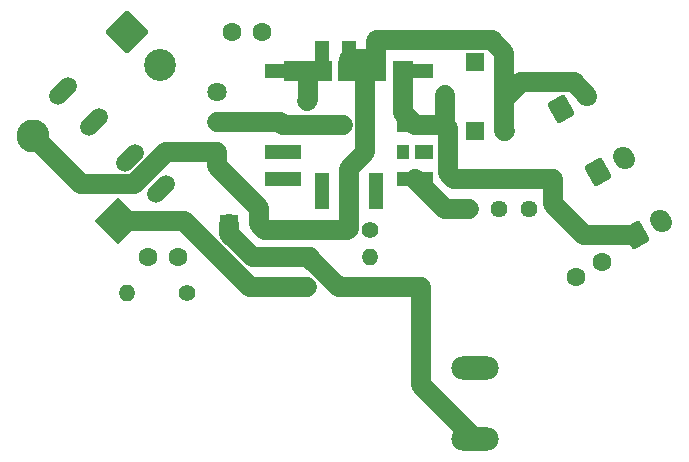
<source format=gbr>
G04 #@! TF.GenerationSoftware,KiCad,Pcbnew,(6.0.5)*
G04 #@! TF.CreationDate,2022-07-03T21:23:33+09:00*
G04 #@! TF.ProjectId,psu_board,7073755f-626f-4617-9264-2e6b69636164,rev?*
G04 #@! TF.SameCoordinates,Original*
G04 #@! TF.FileFunction,Copper,L1,Top*
G04 #@! TF.FilePolarity,Positive*
%FSLAX46Y46*%
G04 Gerber Fmt 4.6, Leading zero omitted, Abs format (unit mm)*
G04 Created by KiCad (PCBNEW (6.0.5)) date 2022-07-03 21:23:33*
%MOMM*%
%LPD*%
G01*
G04 APERTURE LIST*
G04 Aperture macros list*
%AMRoundRect*
0 Rectangle with rounded corners*
0 $1 Rounding radius*
0 $2 $3 $4 $5 $6 $7 $8 $9 X,Y pos of 4 corners*
0 Add a 4 corners polygon primitive as box body*
4,1,4,$2,$3,$4,$5,$6,$7,$8,$9,$2,$3,0*
0 Add four circle primitives for the rounded corners*
1,1,$1+$1,$2,$3*
1,1,$1+$1,$4,$5*
1,1,$1+$1,$6,$7*
1,1,$1+$1,$8,$9*
0 Add four rect primitives between the rounded corners*
20,1,$1+$1,$2,$3,$4,$5,0*
20,1,$1+$1,$4,$5,$6,$7,0*
20,1,$1+$1,$6,$7,$8,$9,0*
20,1,$1+$1,$8,$9,$2,$3,0*%
%AMHorizOval*
0 Thick line with rounded ends*
0 $1 width*
0 $2 $3 position (X,Y) of the first rounded end (center of the circle)*
0 $4 $5 position (X,Y) of the second rounded end (center of the circle)*
0 Add line between two ends*
20,1,$1,$2,$3,$4,$5,0*
0 Add two circle primitives to create the rounded ends*
1,1,$1,$2,$3*
1,1,$1,$4,$5*%
%AMRotRect*
0 Rectangle, with rotation*
0 The origin of the aperture is its center*
0 $1 length*
0 $2 width*
0 $3 Rotation angle, in degrees counterclockwise*
0 Add horizontal line*
21,1,$1,$2,0,0,$3*%
%AMOutline4P*
0 Free polygon, 4 corners , with rotation*
0 The origin of the aperture is its center*
0 number of corners: always 4*
0 $1 to $8 corner X, Y*
0 $9 Rotation angle, in degrees counterclockwise*
0 create outline with 4 corners*
4,1,4,$1,$2,$3,$4,$5,$6,$7,$8,$1,$2,$9*%
G04 Aperture macros list end*
G04 #@! TA.AperFunction,ComponentPad*
%ADD10HorizOval,1.500000X-0.424264X-0.424264X0.424264X0.424264X0*%
G04 #@! TD*
G04 #@! TA.AperFunction,ComponentPad*
%ADD11RotRect,2.800000X2.800000X135.000000*%
G04 #@! TD*
G04 #@! TA.AperFunction,ComponentPad*
%ADD12HorizOval,2.800000X0.000000X0.000000X0.000000X0.000000X0*%
G04 #@! TD*
G04 #@! TA.AperFunction,ComponentPad*
%ADD13C,1.400000*%
G04 #@! TD*
G04 #@! TA.AperFunction,ComponentPad*
%ADD14O,1.400000X1.400000*%
G04 #@! TD*
G04 #@! TA.AperFunction,ComponentPad*
%ADD15R,1.600000X1.600000*%
G04 #@! TD*
G04 #@! TA.AperFunction,ComponentPad*
%ADD16C,1.600000*%
G04 #@! TD*
G04 #@! TA.AperFunction,ComponentPad*
%ADD17RoundRect,0.250000X-0.144615X-0.949519X0.894615X-0.349519X0.144615X0.949519X-0.894615X0.349519X0*%
G04 #@! TD*
G04 #@! TA.AperFunction,ComponentPad*
%ADD18HorizOval,1.700000X-0.075000X0.129904X0.075000X-0.129904X0*%
G04 #@! TD*
G04 #@! TA.AperFunction,ComponentPad*
%ADD19O,4.000000X2.000000*%
G04 #@! TD*
G04 #@! TA.AperFunction,ComponentPad*
%ADD20RoundRect,0.250001X-1.555634X0.000000X0.000000X-1.555634X1.555634X0.000000X0.000000X1.555634X0*%
G04 #@! TD*
G04 #@! TA.AperFunction,ComponentPad*
%ADD21C,2.700000*%
G04 #@! TD*
G04 #@! TA.AperFunction,ComponentPad*
%ADD22C,1.440000*%
G04 #@! TD*
G04 #@! TA.AperFunction,ComponentPad*
%ADD23C,1.635000*%
G04 #@! TD*
G04 #@! TA.AperFunction,SMDPad,CuDef*
%ADD24Outline4P,-1.500000X-0.600000X1.500000X-0.600000X1.500000X0.600000X-1.500000X0.600000X0.000000*%
G04 #@! TD*
G04 #@! TA.AperFunction,SMDPad,CuDef*
%ADD25Outline4P,-2.035000X-0.885000X2.035000X-0.885000X2.035000X0.885000X-2.035000X0.885000X0.000000*%
G04 #@! TD*
G04 #@! TA.AperFunction,SMDPad,CuDef*
%ADD26Outline4P,-0.600000X-1.500000X0.600000X-1.500000X0.600000X1.500000X-0.600000X1.500000X0.000000*%
G04 #@! TD*
G04 #@! TA.AperFunction,SMDPad,CuDef*
%ADD27Outline4P,-0.885000X-2.035000X0.885000X-2.035000X0.885000X2.035000X-0.885000X2.035000X0.000000*%
G04 #@! TD*
G04 #@! TA.AperFunction,SMDPad,CuDef*
%ADD28Outline4P,-0.750000X-0.600000X0.750000X-0.600000X0.750000X0.600000X-0.750000X0.600000X0.000000*%
G04 #@! TD*
G04 #@! TA.AperFunction,SMDPad,CuDef*
%ADD29Outline4P,-0.500000X-0.600000X0.500000X-0.600000X0.500000X0.600000X-0.500000X0.600000X0.000000*%
G04 #@! TD*
G04 #@! TA.AperFunction,ViaPad*
%ADD30C,0.800000*%
G04 #@! TD*
G04 #@! TA.AperFunction,Conductor*
%ADD31C,1.700000*%
G04 #@! TD*
G04 APERTURE END LIST*
D10*
X125476000Y-97536000D03*
X122859705Y-94919705D03*
X131132854Y-103192854D03*
X128516559Y-100576559D03*
D11*
X127508000Y-105918000D03*
D12*
X120323795Y-98733795D03*
D13*
X148844000Y-106680000D03*
D14*
X143764000Y-106680000D03*
D15*
X157734000Y-92456000D03*
D16*
X160234000Y-92456000D03*
D17*
X165024969Y-96436337D03*
D18*
X167190033Y-95186337D03*
D13*
X133350000Y-112014000D03*
D14*
X128270000Y-112014000D03*
D19*
X157734000Y-118364000D03*
X157734000Y-124364000D03*
D13*
X143764000Y-108966000D03*
D14*
X148844000Y-108966000D03*
D20*
X128270000Y-89916000D03*
D21*
X131070143Y-92716143D03*
D15*
X157774000Y-98298000D03*
D16*
X160274000Y-98298000D03*
D17*
X168199969Y-101770337D03*
D18*
X170365033Y-100520337D03*
D15*
X136946000Y-106172000D03*
D16*
X139446000Y-106172000D03*
X132588000Y-108966000D03*
X130088000Y-108966000D03*
D17*
X171374969Y-107104337D03*
D18*
X173540033Y-105854337D03*
D22*
X162306000Y-104902000D03*
X159766000Y-104902000D03*
X157226000Y-104902000D03*
D23*
X135890000Y-100076000D03*
X135890000Y-97536000D03*
X135890000Y-94996000D03*
D24*
X141454000Y-97782000D03*
X141454000Y-93202000D03*
D25*
X143619000Y-93202000D03*
D26*
X144764000Y-92182000D03*
X149344000Y-92182000D03*
X147054000Y-92182000D03*
D25*
X148199000Y-93202000D03*
D27*
X151654000Y-94347000D03*
D24*
X152654000Y-93202000D03*
X152654000Y-97782000D03*
X152654000Y-102362000D03*
D26*
X147054000Y-103382000D03*
X144764000Y-103382000D03*
D24*
X141454000Y-102362000D03*
X141454000Y-100072000D03*
D28*
X153404000Y-100072000D03*
D26*
X149344000Y-103382000D03*
D29*
X151654000Y-100072000D03*
D16*
X139700000Y-89916000D03*
X137200000Y-89916000D03*
X166303469Y-110607000D03*
X168468533Y-109357000D03*
D30*
X143510000Y-95758000D03*
X155194000Y-95250000D03*
X143510000Y-111506000D03*
X146558000Y-97790000D03*
D31*
X149423511Y-90606489D02*
X159186489Y-90606489D01*
X139954000Y-106680000D02*
X139446000Y-106172000D01*
X147054000Y-92182000D02*
X149344000Y-92182000D01*
X160234000Y-95544000D02*
X160234000Y-98258000D01*
X135890000Y-100076000D02*
X135890000Y-101232119D01*
X148457519Y-93460519D02*
X148457519Y-100069459D01*
X160234000Y-92456000D02*
X160234000Y-95544000D01*
X124390343Y-102800343D02*
X128847657Y-102800343D01*
X135890000Y-101232119D02*
X139446000Y-104788119D01*
X148199000Y-93202000D02*
X148457519Y-93460519D01*
X147054000Y-101472978D02*
X147054000Y-103382000D01*
X149344000Y-92182000D02*
X149344000Y-90686000D01*
X167190033Y-95186337D02*
X166095958Y-94092262D01*
X160234000Y-91654000D02*
X160234000Y-92456000D01*
X128847657Y-102800343D02*
X131572000Y-100076000D01*
X139446000Y-104788119D02*
X139446000Y-106172000D01*
X143764000Y-106680000D02*
X139954000Y-106680000D01*
X159186489Y-90606489D02*
X160234000Y-91654000D01*
X120323795Y-98733795D02*
X124390343Y-102800343D01*
X147054000Y-103382000D02*
X147054000Y-106582000D01*
X131572000Y-100076000D02*
X135890000Y-100076000D01*
X146956000Y-106680000D02*
X143764000Y-106680000D01*
X161685738Y-94092262D02*
X160234000Y-95544000D01*
X148457519Y-100069459D02*
X147054000Y-101472978D01*
X160234000Y-98258000D02*
X160274000Y-98298000D01*
X166095958Y-94092262D02*
X161685738Y-94092262D01*
X149344000Y-90686000D02*
X149423511Y-90606489D01*
X147054000Y-106582000D02*
X146956000Y-106680000D01*
X136946000Y-106974000D02*
X138938000Y-108966000D01*
X143764000Y-108966000D02*
X143764000Y-109073674D01*
X143619000Y-95649000D02*
X143510000Y-95758000D01*
X153162000Y-111506000D02*
X153162000Y-119792000D01*
X138938000Y-108966000D02*
X143764000Y-108966000D01*
X143764000Y-109073674D02*
X146196326Y-111506000D01*
X153162000Y-119792000D02*
X157734000Y-124364000D01*
X146196326Y-111506000D02*
X153162000Y-111506000D01*
X143619000Y-93202000D02*
X143619000Y-95649000D01*
X136946000Y-106172000D02*
X136946000Y-106974000D01*
X155448000Y-98044000D02*
X155186000Y-97782000D01*
X155448000Y-101854000D02*
X155448000Y-98044000D01*
X155186000Y-97782000D02*
X152654000Y-97782000D01*
X155956000Y-102362000D02*
X155448000Y-101854000D01*
X151654000Y-96782000D02*
X152654000Y-97782000D01*
X164338000Y-104431532D02*
X164338000Y-102362000D01*
X171374969Y-107104337D02*
X167010805Y-107104337D01*
X167010805Y-107104337D02*
X164338000Y-104431532D01*
X155186000Y-95258000D02*
X155194000Y-95250000D01*
X164338000Y-102362000D02*
X155956000Y-102362000D01*
X155186000Y-97782000D02*
X155186000Y-95258000D01*
X151654000Y-94347000D02*
X151654000Y-96782000D01*
X143510000Y-111506000D02*
X138684000Y-111506000D01*
X133096000Y-105918000D02*
X127508000Y-105918000D01*
X138684000Y-111506000D02*
X133096000Y-105918000D01*
X141208000Y-97536000D02*
X141454000Y-97782000D01*
X141454000Y-97782000D02*
X146550000Y-97782000D01*
X146550000Y-97782000D02*
X146558000Y-97790000D01*
X135890000Y-97536000D02*
X141208000Y-97536000D01*
X155194000Y-104902000D02*
X157226000Y-104902000D01*
X152654000Y-102362000D02*
X155194000Y-104902000D01*
M02*

</source>
